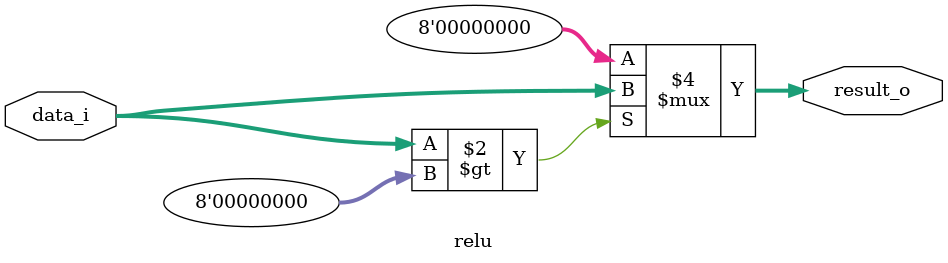
<source format=v>
`timescale 1ns / 1ps

module relu #(
           parameter BITWIDTH = 8,
           parameter THRESSHOLD = {BITWIDTH{1'b0}},
           parameter IS_RELU = 1,
           parameter MAX_VAL = 6
       )(
           input wire signed [BITWIDTH - 1 : 0] data_i, //signed data
           output reg signed [BITWIDTH - 1 : 0] result_o //signed data
       );
if (IS_RELU) begin
    always @( * ) begin
        if (data_i > $signed(THRESSHOLD)) begin
            result_o = data_i;
        end
        else begin
            result_o = THRESSHOLD;
        end
    end
end
else begin
    always @( * ) begin
        if (data_i > $signed(THRESSHOLD)) begin
            if (data_i < MAX_VAL) begin
                result_o = data_i;
            end
            else begin
                result_o = MAX_VAL;
            end
        end
        else begin
            result_o = THRESSHOLD;
        end
    end
end
endmodule

</source>
